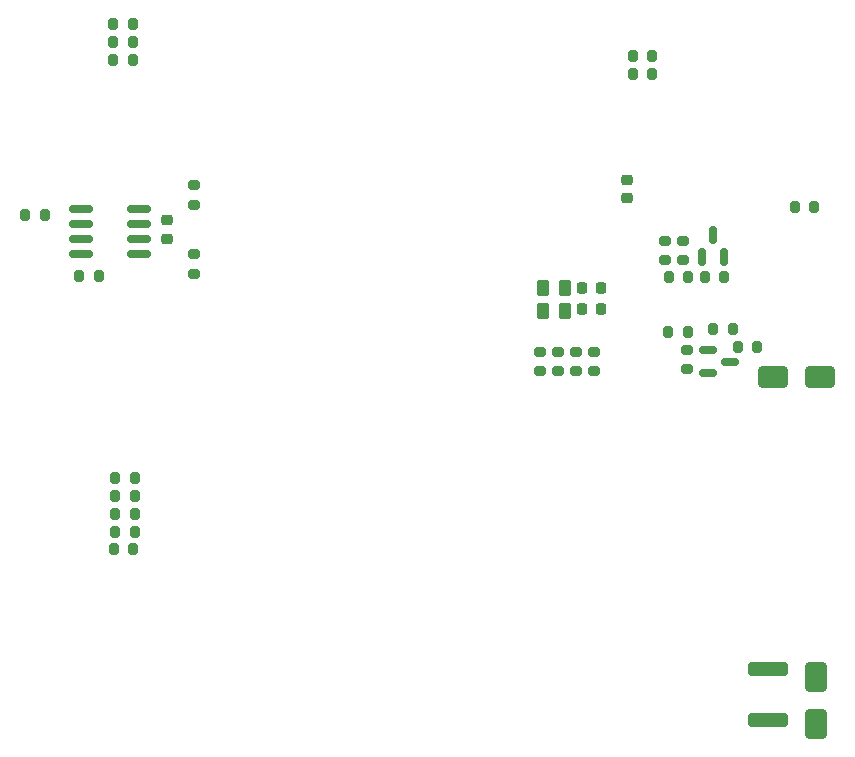
<source format=gtp>
%TF.GenerationSoftware,KiCad,Pcbnew,9.0.6*%
%TF.CreationDate,2026-01-05T15:15:04-05:00*%
%TF.ProjectId,OrganUniversalMCUboard,4f726761-6e55-46e6-9976-657273616c4d,rev?*%
%TF.SameCoordinates,Original*%
%TF.FileFunction,Paste,Top*%
%TF.FilePolarity,Positive*%
%FSLAX46Y46*%
G04 Gerber Fmt 4.6, Leading zero omitted, Abs format (unit mm)*
G04 Created by KiCad (PCBNEW 9.0.6) date 2026-01-05 15:15:04*
%MOMM*%
%LPD*%
G01*
G04 APERTURE LIST*
G04 Aperture macros list*
%AMRoundRect*
0 Rectangle with rounded corners*
0 $1 Rounding radius*
0 $2 $3 $4 $5 $6 $7 $8 $9 X,Y pos of 4 corners*
0 Add a 4 corners polygon primitive as box body*
4,1,4,$2,$3,$4,$5,$6,$7,$8,$9,$2,$3,0*
0 Add four circle primitives for the rounded corners*
1,1,$1+$1,$2,$3*
1,1,$1+$1,$4,$5*
1,1,$1+$1,$6,$7*
1,1,$1+$1,$8,$9*
0 Add four rect primitives between the rounded corners*
20,1,$1+$1,$2,$3,$4,$5,0*
20,1,$1+$1,$4,$5,$6,$7,0*
20,1,$1+$1,$6,$7,$8,$9,0*
20,1,$1+$1,$8,$9,$2,$3,0*%
G04 Aperture macros list end*
%ADD10RoundRect,0.200000X-0.200000X-0.275000X0.200000X-0.275000X0.200000X0.275000X-0.200000X0.275000X0*%
%ADD11RoundRect,0.250000X1.450000X-0.312500X1.450000X0.312500X-1.450000X0.312500X-1.450000X-0.312500X0*%
%ADD12RoundRect,0.150000X-0.587500X-0.150000X0.587500X-0.150000X0.587500X0.150000X-0.587500X0.150000X0*%
%ADD13RoundRect,0.200000X0.200000X0.275000X-0.200000X0.275000X-0.200000X-0.275000X0.200000X-0.275000X0*%
%ADD14RoundRect,0.200000X0.275000X-0.200000X0.275000X0.200000X-0.275000X0.200000X-0.275000X-0.200000X0*%
%ADD15RoundRect,0.218750X0.218750X0.256250X-0.218750X0.256250X-0.218750X-0.256250X0.218750X-0.256250X0*%
%ADD16RoundRect,0.200000X-0.275000X0.200000X-0.275000X-0.200000X0.275000X-0.200000X0.275000X0.200000X0*%
%ADD17RoundRect,0.250000X-0.262500X-0.450000X0.262500X-0.450000X0.262500X0.450000X-0.262500X0.450000X0*%
%ADD18RoundRect,0.150000X0.150000X-0.587500X0.150000X0.587500X-0.150000X0.587500X-0.150000X-0.587500X0*%
%ADD19RoundRect,0.225000X-0.250000X0.225000X-0.250000X-0.225000X0.250000X-0.225000X0.250000X0.225000X0*%
%ADD20RoundRect,0.250000X-0.650000X1.000000X-0.650000X-1.000000X0.650000X-1.000000X0.650000X1.000000X0*%
%ADD21RoundRect,0.150000X0.825000X0.150000X-0.825000X0.150000X-0.825000X-0.150000X0.825000X-0.150000X0*%
%ADD22RoundRect,0.225000X0.250000X-0.225000X0.250000X0.225000X-0.250000X0.225000X-0.250000X-0.225000X0*%
%ADD23RoundRect,0.250000X-1.000000X-0.650000X1.000000X-0.650000X1.000000X0.650000X-1.000000X0.650000X0*%
G04 APERTURE END LIST*
D10*
%TO.C,RS_LATCH1*%
X78169000Y-107315000D03*
X79819000Y-107315000D03*
%TD*%
D11*
%TO.C,F1*%
X133604001Y-121771499D03*
X133603999Y-117496501D03*
%TD*%
D12*
%TO.C,Q1*%
X130350500Y-91440000D03*
X128475500Y-92390000D03*
X128475500Y-90490000D03*
%TD*%
D13*
%TO.C,R2*%
X131001000Y-90170000D03*
X132651000Y-90170000D03*
%TD*%
D10*
%TO.C,R3*%
X126767000Y-88971751D03*
X125117000Y-88971751D03*
%TD*%
%TO.C,R7*%
X130577000Y-88717751D03*
X128927000Y-88717751D03*
%TD*%
D14*
%TO.C,R4*%
X126704000Y-92082751D03*
X126704000Y-90432751D03*
%TD*%
D15*
%TO.C,D2*%
X119405502Y-86995001D03*
X117830498Y-86994999D03*
%TD*%
D16*
%TO.C,RP_DIP3*%
X115824000Y-90615000D03*
X115824000Y-92265000D03*
%TD*%
D13*
%TO.C,R9*%
X129857002Y-84304752D03*
X128207002Y-84304752D03*
%TD*%
D10*
%TO.C,RS_MOSI1*%
X78296000Y-105862000D03*
X79946000Y-105862000D03*
%TD*%
%TO.C,RS_CLR1*%
X78296000Y-101290000D03*
X79946000Y-101290000D03*
%TD*%
D17*
%TO.C,RLED2*%
X114530500Y-85217000D03*
X116355500Y-85217000D03*
%TD*%
D18*
%TO.C,Q2*%
X127955001Y-82575256D03*
X129854998Y-82575254D03*
X128904999Y-80700253D03*
%TD*%
D13*
%TO.C,RP_SDA1*%
X123761000Y-65532000D03*
X122111000Y-65532000D03*
%TD*%
D19*
%TO.C,CD_U5*%
X82697998Y-79488994D03*
X82697998Y-81038996D03*
%TD*%
D20*
%TO.C,D1*%
X137668000Y-118142001D03*
X137668000Y-122142001D03*
%TD*%
D15*
%TO.C,D3*%
X119405502Y-85217001D03*
X117830498Y-85216999D03*
%TD*%
D14*
%TO.C,R8*%
X126365000Y-82843751D03*
X126365000Y-81193751D03*
%TD*%
D10*
%TO.C,R_TERM1*%
X70676000Y-78994000D03*
X72326000Y-78994000D03*
%TD*%
%TO.C,RS1*%
X75268999Y-84201000D03*
X76918999Y-84201000D03*
%TD*%
%TO.C,RS_BCLK1*%
X78155500Y-62851500D03*
X79805500Y-62851500D03*
%TD*%
%TO.C,R1*%
X125159001Y-84304754D03*
X126809001Y-84304754D03*
%TD*%
%TO.C,RS_DIN1*%
X78155500Y-65899500D03*
X79805500Y-65899500D03*
%TD*%
%TO.C,RS_OE_N1*%
X78296000Y-102814000D03*
X79946000Y-102814000D03*
%TD*%
D16*
%TO.C,RP_DIP2*%
X117348000Y-90615000D03*
X117348000Y-92265000D03*
%TD*%
D13*
%TO.C,R5*%
X137477000Y-78359000D03*
X135827000Y-78359000D03*
%TD*%
D21*
%TO.C,U5*%
X80332998Y-82325001D03*
X80333000Y-81054999D03*
X80333000Y-79784999D03*
X80333000Y-78514998D03*
X75383002Y-78514997D03*
X75383000Y-79784999D03*
X75383000Y-81054999D03*
X75383000Y-82325000D03*
%TD*%
D10*
%TO.C,RS_SCK1*%
X78296000Y-104338000D03*
X79946000Y-104338000D03*
%TD*%
D16*
%TO.C,RP_DIP1*%
X118872000Y-90615000D03*
X118872000Y-92265000D03*
%TD*%
D13*
%TO.C,RP_SCL1*%
X123761000Y-67056000D03*
X122111000Y-67056000D03*
%TD*%
D14*
%TO.C,RS_UART_RX1*%
X84984000Y-78168000D03*
X84984000Y-76518000D03*
%TD*%
D22*
%TO.C,CD_U2*%
X121666000Y-77610001D03*
X121666000Y-76059999D03*
%TD*%
D17*
%TO.C,RLED1*%
X114530500Y-87122000D03*
X116355500Y-87122000D03*
%TD*%
D16*
%TO.C,RS_UART_TX1*%
X84983998Y-82359998D03*
X84983998Y-84009998D03*
%TD*%
D10*
%TO.C,RS_LRCLK1*%
X78155500Y-64375500D03*
X79805500Y-64375500D03*
%TD*%
D16*
%TO.C,R6*%
X124841000Y-81193751D03*
X124841000Y-82843751D03*
%TD*%
%TO.C,RP_DIP4*%
X114300000Y-90615000D03*
X114300000Y-92265000D03*
%TD*%
D23*
%TO.C,D4*%
X134017000Y-92710000D03*
X138017000Y-92710000D03*
%TD*%
M02*

</source>
